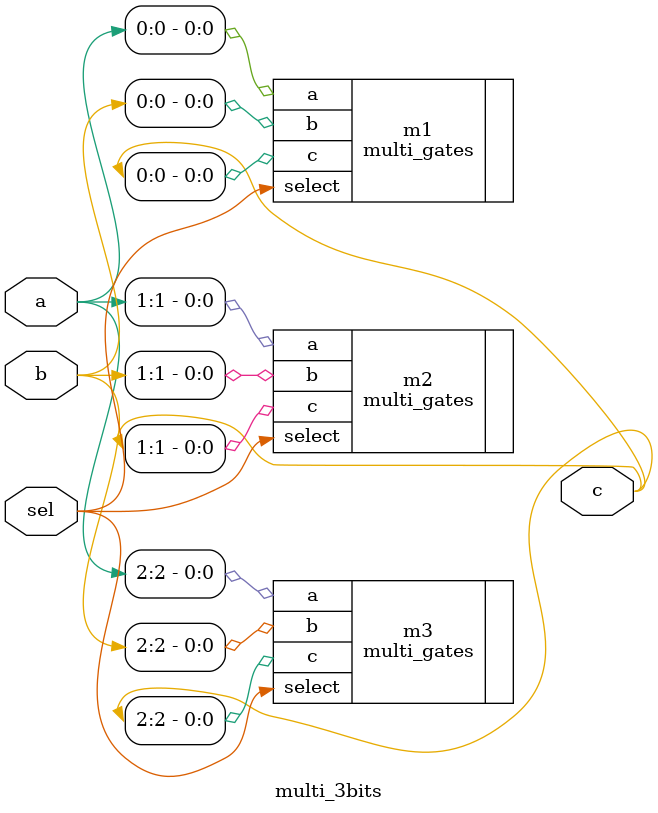
<source format=v>
module multi_3bits(input [2:0] a, b, input sel, output [2:0] c);

multi_gates m1(.a(a[0]), .b(b[0]), .c(c[0]), .select(sel));
multi_gates m2(.a(a[1]), .b(b[1]), .c(c[1]), .select(sel));
multi_gates m3(.a(a[2]), .b(b[2]), .c(c[2]), .select(sel));

endmodule

</source>
